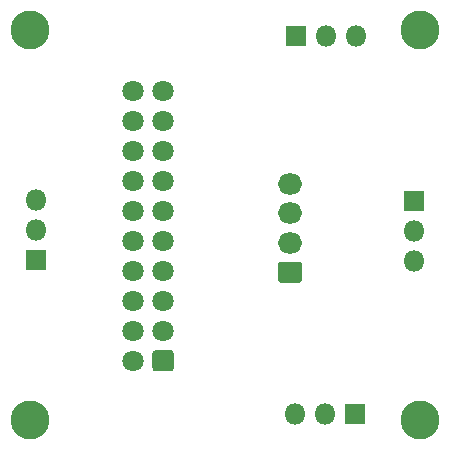
<source format=gbr>
%TF.GenerationSoftware,KiCad,Pcbnew,5.1.6-c6e7f7d~87~ubuntu18.04.1*%
%TF.CreationDate,2021-05-18T20:14:27+01:00*%
%TF.ProjectId,CheeseDistribution,43686565-7365-4446-9973-747269627574,rev?*%
%TF.SameCoordinates,Original*%
%TF.FileFunction,Soldermask,Bot*%
%TF.FilePolarity,Negative*%
%FSLAX46Y46*%
G04 Gerber Fmt 4.6, Leading zero omitted, Abs format (unit mm)*
G04 Created by KiCad (PCBNEW 5.1.6-c6e7f7d~87~ubuntu18.04.1) date 2021-05-18 20:14:27*
%MOMM*%
%LPD*%
G01*
G04 APERTURE LIST*
%ADD10C,3.300000*%
%ADD11C,1.800000*%
%ADD12O,2.050000X1.800000*%
%ADD13O,1.800000X1.800000*%
%ADD14R,1.800000X1.800000*%
G04 APERTURE END LIST*
D10*
%TO.C,REF\u002A\u002A*%
X160500000Y-98500000D03*
%TD*%
%TO.C,REF\u002A\u002A*%
X160500000Y-131500000D03*
%TD*%
%TO.C,REF\u002A\u002A*%
X193500000Y-131500000D03*
%TD*%
%TO.C,REF\u002A\u002A*%
X193500000Y-98500000D03*
%TD*%
D11*
%TO.C,J1*%
X169210000Y-103640000D03*
X169210000Y-106180000D03*
X169210000Y-108720000D03*
X169210000Y-111260000D03*
X169210000Y-113800000D03*
X169210000Y-116340000D03*
X169210000Y-118880000D03*
X169210000Y-121420000D03*
X169210000Y-123960000D03*
X169210000Y-126500000D03*
X171750000Y-103640000D03*
X171750000Y-106180000D03*
X171750000Y-108720000D03*
X171750000Y-111260000D03*
X171750000Y-113800000D03*
X171750000Y-116340000D03*
X171750000Y-118880000D03*
X171750000Y-121420000D03*
X171750000Y-123960000D03*
G36*
G01*
X172650000Y-125864706D02*
X172650000Y-127135294D01*
G75*
G02*
X172385294Y-127400000I-264706J0D01*
G01*
X171114706Y-127400000D01*
G75*
G02*
X170850000Y-127135294I0J264706D01*
G01*
X170850000Y-125864706D01*
G75*
G02*
X171114706Y-125600000I264706J0D01*
G01*
X172385294Y-125600000D01*
G75*
G02*
X172650000Y-125864706I0J-264706D01*
G01*
G37*
%TD*%
D12*
%TO.C,J6*%
X182500000Y-111500000D03*
X182500000Y-114000000D03*
X182500000Y-116500000D03*
G36*
G01*
X183260294Y-119900000D02*
X181739706Y-119900000D01*
G75*
G02*
X181475000Y-119635294I0J264706D01*
G01*
X181475000Y-118364706D01*
G75*
G02*
X181739706Y-118100000I264706J0D01*
G01*
X183260294Y-118100000D01*
G75*
G02*
X183525000Y-118364706I0J-264706D01*
G01*
X183525000Y-119635294D01*
G75*
G02*
X183260294Y-119900000I-264706J0D01*
G01*
G37*
%TD*%
D13*
%TO.C,J5*%
X193000000Y-118080000D03*
X193000000Y-115540000D03*
D14*
X193000000Y-113000000D03*
%TD*%
D13*
%TO.C,J4*%
X182920000Y-131000000D03*
X185460000Y-131000000D03*
D14*
X188000000Y-131000000D03*
%TD*%
D13*
%TO.C,J3*%
X161000000Y-112920000D03*
X161000000Y-115460000D03*
D14*
X161000000Y-118000000D03*
%TD*%
D13*
%TO.C,J2*%
X188080000Y-99000000D03*
X185540000Y-99000000D03*
D14*
X183000000Y-99000000D03*
%TD*%
M02*

</source>
